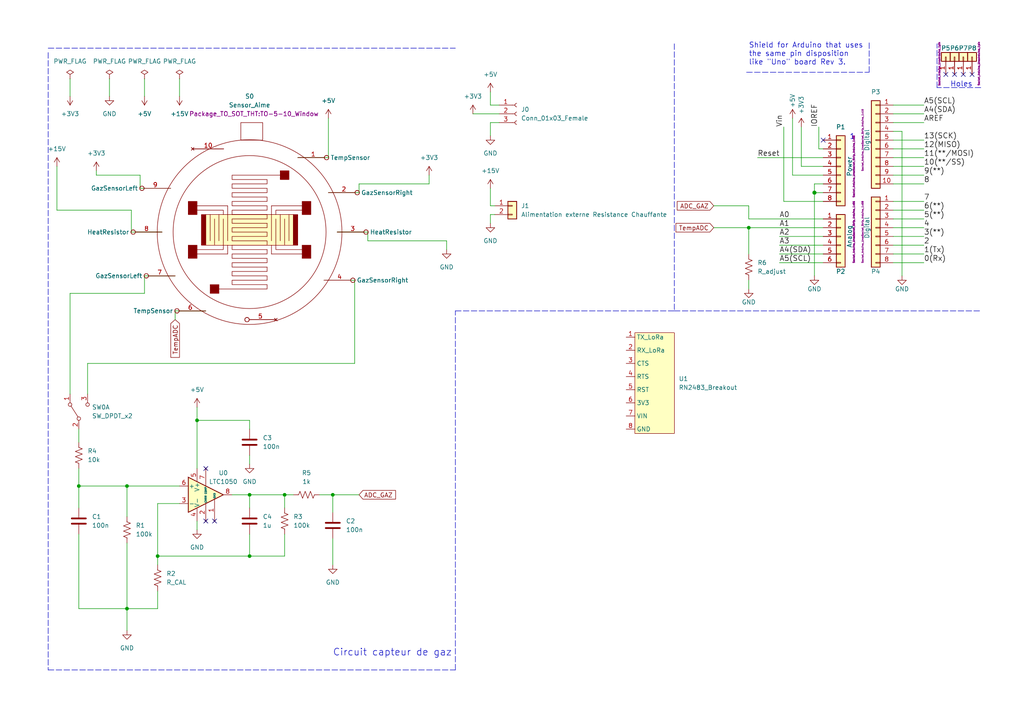
<source format=kicad_sch>
(kicad_sch (version 20211123) (generator eeschema)
  (paper "A4")
  (title_block (title "PCB GAZ SENSOR") (date "2022-01-01") (rev "1.0") (company "INSA Toulouse") (comment 1 "amour@etud.insa-toulouse.fr") (comment 2 "Redouane Amour - Chadi Amour") (comment 3 "5ISS-A2"))
  (lib_symbols
    (symbol "Connector:Conn_01x03_Female" (pin_names (offset 1.016) hide)
      (property "Reference" "J" (at 0 5.08 0))
      (property "Value" "Conn_01x03_Female" (at 0 -5.08 0))
      (symbol "Conn_01x03_Female_1_1"
        (arc (start 0 -2.032) (mid -0.508 -2.54) (end 0 -3.048) (stroke (width 0.1524)))
        (polyline (pts (xy -1.27 -2.54) (xy -0.508 -2.54)) (stroke (width 0.1524)))
        (polyline (pts (xy -1.27 0) (xy -0.508 0)) (stroke (width 0.1524)))
        (polyline (pts (xy -1.27 2.54) (xy -0.508 2.54)) (stroke (width 0.1524)))
        (arc (start 0 0.508) (mid -0.508 0) (end 0 -0.508) (stroke (width 0.1524)))
        (arc (start 0 3.048) (mid -0.508 2.54) (end 0 2.032) (stroke (width 0.1524)))
        (pin passive line (at -5.08 2.54 0) (length 3.81) (name "Pin_1") (number "1"))
        (pin passive line (at -5.08 0 0) (length 3.81) (name "Pin_2") (number "2"))
        (pin passive line (at -5.08 -2.54 0) (length 3.81) (name "Pin_3") (number "3"))
      )
    )
    (symbol "Connector_Generic:Conn_01x01" (pin_names (offset 1.016) hide)
      (property "Reference" "J" (at 0 2.54 0))
      (property "Value" "Conn_01x01" (at 0 -2.54 0))
      (symbol "Conn_01x01_1_1"
        (rectangle (start -1.27 0.127) (end 0 -0.127) (stroke (width 0.1524)))
        (rectangle (start -1.27 1.27) (end 1.27 -1.27) (stroke (width 0.254)) (fill (type background)))
        (pin passive line (at -5.08 0 0) (length 3.81) (name "Pin_1") (number "1"))
      )
    )
    (symbol "Connector_Generic:Conn_01x02" (pin_names (offset 1.016) hide)
      (property "Reference" "J" (at 0 2.54 0))
      (property "Value" "Conn_01x02" (at 0 -5.08 0))
      (symbol "Conn_01x02_1_1"
        (rectangle (start -1.27 -2.413) (end 0 -2.667) (stroke (width 0.1524)))
        (rectangle (start -1.27 0.127) (end 0 -0.127) (stroke (width 0.1524)))
        (rectangle (start -1.27 1.27) (end 1.27 -3.81) (stroke (width 0.254)) (fill (type background)))
        (pin passive line (at -5.08 0 0) (length 3.81) (name "Pin_1") (number "1"))
        (pin passive line (at -5.08 -2.54 0) (length 3.81) (name "Pin_2") (number "2"))
      )
    )
    (symbol "Connector_Generic:Conn_01x06" (pin_names (offset 1.016) hide)
      (property "Reference" "J" (at 0 7.62 0))
      (property "Value" "Conn_01x06" (at 0 -10.16 0))
      (symbol "Conn_01x06_1_1"
        (rectangle (start -1.27 -7.493) (end 0 -7.747) (stroke (width 0.1524)))
        (rectangle (start -1.27 -4.953) (end 0 -5.207) (stroke (width 0.1524)))
        (rectangle (start -1.27 -2.413) (end 0 -2.667) (stroke (width 0.1524)))
        (rectangle (start -1.27 0.127) (end 0 -0.127) (stroke (width 0.1524)))
        (rectangle (start -1.27 2.667) (end 0 2.413) (stroke (width 0.1524)))
        (rectangle (start -1.27 5.207) (end 0 4.953) (stroke (width 0.1524)))
        (rectangle (start -1.27 6.35) (end 1.27 -8.89) (stroke (width 0.254)) (fill (type background)))
        (pin passive line (at -5.08 5.08 0) (length 3.81) (name "Pin_1") (number "1"))
        (pin passive line (at -5.08 2.54 0) (length 3.81) (name "Pin_2") (number "2"))
        (pin passive line (at -5.08 0 0) (length 3.81) (name "Pin_3") (number "3"))
        (pin passive line (at -5.08 -2.54 0) (length 3.81) (name "Pin_4") (number "4"))
        (pin passive line (at -5.08 -5.08 0) (length 3.81) (name "Pin_5") (number "5"))
        (pin passive line (at -5.08 -7.62 0) (length 3.81) (name "Pin_6") (number "6"))
      )
    )
    (symbol "Connector_Generic:Conn_01x08" (pin_names (offset 1.016) hide)
      (property "Reference" "J" (at 0 10.16 0))
      (property "Value" "Conn_01x08" (at 0 -12.7 0))
      (symbol "Conn_01x08_1_1"
        (rectangle (start -1.27 -10.033) (end 0 -10.287) (stroke (width 0.1524)))
        (rectangle (start -1.27 -7.493) (end 0 -7.747) (stroke (width 0.1524)))
        (rectangle (start -1.27 -4.953) (end 0 -5.207) (stroke (width 0.1524)))
        (rectangle (start -1.27 -2.413) (end 0 -2.667) (stroke (width 0.1524)))
        (rectangle (start -1.27 0.127) (end 0 -0.127) (stroke (width 0.1524)))
        (rectangle (start -1.27 2.667) (end 0 2.413) (stroke (width 0.1524)))
        (rectangle (start -1.27 5.207) (end 0 4.953) (stroke (width 0.1524)))
        (rectangle (start -1.27 7.747) (end 0 7.493) (stroke (width 0.1524)))
        (rectangle (start -1.27 8.89) (end 1.27 -11.43) (stroke (width 0.254)) (fill (type background)))
        (pin passive line (at -5.08 7.62 0) (length 3.81) (name "Pin_1") (number "1"))
        (pin passive line (at -5.08 5.08 0) (length 3.81) (name "Pin_2") (number "2"))
        (pin passive line (at -5.08 2.54 0) (length 3.81) (name "Pin_3") (number "3"))
        (pin passive line (at -5.08 0 0) (length 3.81) (name "Pin_4") (number "4"))
        (pin passive line (at -5.08 -2.54 0) (length 3.81) (name "Pin_5") (number "5"))
        (pin passive line (at -5.08 -5.08 0) (length 3.81) (name "Pin_6") (number "6"))
        (pin passive line (at -5.08 -7.62 0) (length 3.81) (name "Pin_7") (number "7"))
        (pin passive line (at -5.08 -10.16 0) (length 3.81) (name "Pin_8") (number "8"))
      )
    )
    (symbol "Connector_Generic:Conn_01x10" (pin_names (offset 1.016) hide)
      (property "Reference" "J" (at 0 12.7 0))
      (property "Value" "Conn_01x10" (at 0 -15.24 0))
      (symbol "Conn_01x10_1_1"
        (rectangle (start -1.27 -12.573) (end 0 -12.827) (stroke (width 0.1524)))
        (rectangle (start -1.27 -10.033) (end 0 -10.287) (stroke (width 0.1524)))
        (rectangle (start -1.27 -7.493) (end 0 -7.747) (stroke (width 0.1524)))
        (rectangle (start -1.27 -4.953) (end 0 -5.207) (stroke (width 0.1524)))
        (rectangle (start -1.27 -2.413) (end 0 -2.667) (stroke (width 0.1524)))
        (rectangle (start -1.27 0.127) (end 0 -0.127) (stroke (width 0.1524)))
        (rectangle (start -1.27 2.667) (end 0 2.413) (stroke (width 0.1524)))
        (rectangle (start -1.27 5.207) (end 0 4.953) (stroke (width 0.1524)))
        (rectangle (start -1.27 7.747) (end 0 7.493) (stroke (width 0.1524)))
        (rectangle (start -1.27 10.287) (end 0 10.033) (stroke (width 0.1524)))
        (rectangle (start -1.27 11.43) (end 1.27 -13.97) (stroke (width 0.254)) (fill (type background)))
        (pin passive line (at -5.08 10.16 0) (length 3.81) (name "Pin_1") (number "1"))
        (pin passive line (at -5.08 -12.7 0) (length 3.81) (name "Pin_10") (number "10"))
        (pin passive line (at -5.08 7.62 0) (length 3.81) (name "Pin_2") (number "2"))
        (pin passive line (at -5.08 5.08 0) (length 3.81) (name "Pin_3") (number "3"))
        (pin passive line (at -5.08 2.54 0) (length 3.81) (name "Pin_4") (number "4"))
        (pin passive line (at -5.08 0 0) (length 3.81) (name "Pin_5") (number "5"))
        (pin passive line (at -5.08 -2.54 0) (length 3.81) (name "Pin_6") (number "6"))
        (pin passive line (at -5.08 -5.08 0) (length 3.81) (name "Pin_7") (number "7"))
        (pin passive line (at -5.08 -7.62 0) (length 3.81) (name "Pin_8") (number "8"))
        (pin passive line (at -5.08 -10.16 0) (length 3.81) (name "Pin_9") (number "9"))
      )
    )
    (symbol "Device:C" (pin_numbers hide) (pin_names (offset 0.254))
      (property "Reference" "C" (at 0.635 2.54 0))
      (property "Value" "C" (at 0.635 -2.54 0))
      (symbol "C_0_1"
        (polyline (pts (xy -2.032 -0.762) (xy 2.032 -0.762)) (stroke (width 0.508)))
        (polyline (pts (xy -2.032 0.762) (xy 2.032 0.762)) (stroke (width 0.508)))
      )
      (symbol "C_1_1"
        (pin passive line (at 0 3.81 270) (length 2.794) (name "~") (number "1"))
        (pin passive line (at 0 -3.81 90) (length 2.794) (name "~") (number "2"))
      )
    )
    (symbol "Device:R_US" (pin_numbers hide) (pin_names (offset 0))
      (property "Reference" "R" (at 2.54 0 90))
      (property "Value" "R_US" (at -2.54 0 90))
      (symbol "R_US_0_1"
        (polyline (pts (xy 0 -2.286) (xy 0 -2.54)))
        (polyline (pts (xy 0 2.286) (xy 0 2.54)))
        (polyline (pts (xy 0 -0.762) (xy 1.016 -1.143) (xy 0 -1.524) (xy -1.016 -1.905) (xy 0 -2.286)))
        (polyline (pts (xy 0 0.762) (xy 1.016 0.381) (xy 0 0) (xy -1.016 -0.381) (xy 0 -0.762)))
        (polyline (pts (xy 0 2.286) (xy 1.016 1.905) (xy 0 1.524) (xy -1.016 1.143) (xy 0 0.762)))
      )
      (symbol "R_US_1_1"
        (pin passive line (at 0 3.81 270) (length 1.27) (name "~") (number "1"))
        (pin passive line (at 0 -3.81 90) (length 1.27) (name "~") (number "2"))
      )
    )
    (symbol "Library_Gaz_Sensor:LTC1050" (pin_names (offset 0.127))
      (property "Reference" "U" (at 1.27 6.35 0))
      (property "Value" "LTC1050" (at 1.27 3.81 0))
      (symbol "LTC1050_0_1"
        (polyline (pts (xy -5.08 5.08) (xy 5.08 0) (xy -5.08 -5.08) (xy -5.08 5.08)) (stroke (width 0.254)) (fill (type background)))
      )
      (symbol "LTC1050_1_1"
        (pin no_connect line (at 2.54 -7.62 90) (length 6.35) (name "GND") (number "1"))
        (pin no_connect line (at 0 -7.62 90) (length 5.08) (name "CMRR") (number "2"))
        (pin input line (at -7.62 -2.54 0) (length 2.54) (name "-") (number "3"))
        (pin power_in line (at -2.54 -7.62 90) (length 3.81) (name "V-") (number "4"))
        (pin power_in line (at -2.54 7.62 270) (length 3.81) (name "V+") (number "5"))
        (pin input line (at -7.62 2.54 0) (length 2.54) (name "+") (number "6"))
        (pin no_connect line (at 0 7.62 270) (length 5.08) (name "COMP") (number "7"))
        (pin output line (at 7.62 0 180) (length 2.54) (name "~") (number "8"))
      )
    )
    (symbol "Library_Gaz_Sensor:Sensor_Aime"
      (property "Reference" "S" (at -2.54 34.29 0))
      (property "Value" "Sensor_Aime" (at 1.27 36.83 0))
      (symbol "Sensor_Aime_0_1"
        (rectangle (start -17.78 8.89) (end -15.24 5.08) (fill (type outline)))
        (rectangle (start -15.24 -3.81) (end -17.78 -7.62) (fill (type outline)))
        (rectangle (start -12.7 5.08) (end -13.97 -3.81) (fill (type outline)))
        (rectangle (start -12.7 5.08) (end 12.7 -3.81) (fill (type background)))
        (rectangle (start -11.43 -15.24) (end -8.89 -17.78) (fill (type outline)))
        (rectangle (start -2.54 31.75) (end 3.81 26.67))
        (polyline (pts (xy -15.24 -6.35) (xy -6.35 -6.35)))
        (polyline (pts (xy -15.24 7.62) (xy -6.35 7.62)))
        (polyline (pts (xy -11.43 5.08) (xy -11.43 -2.54)))
        (polyline (pts (xy -10.16 -3.81) (xy -10.16 3.81)))
        (polyline (pts (xy -8.89 5.08) (xy -8.89 -2.54)))
        (polyline (pts (xy -7.62 -3.81) (xy -7.62 3.81)))
        (polyline (pts (xy -6.35 -6.35) (xy -6.35 -3.81)))
        (polyline (pts (xy -6.35 5.08) (xy -6.35 -2.54)))
        (polyline (pts (xy -6.35 7.62) (xy -6.35 5.08)))
        (polyline (pts (xy 6.35 -6.35) (xy 6.35 -3.81)))
        (polyline (pts (xy 6.35 5.08) (xy 6.35 -2.54)))
        (polyline (pts (xy 6.35 7.62) (xy 6.35 5.08)))
        (polyline (pts (xy 7.62 -3.81) (xy 7.62 3.81)))
        (polyline (pts (xy 8.89 5.08) (xy 8.89 -2.54)))
        (polyline (pts (xy 10.16 -3.81) (xy 10.16 3.81)))
        (polyline (pts (xy 11.43 5.08) (xy 11.43 -2.54)))
        (polyline (pts (xy 15.24 -6.35) (xy 6.35 -6.35)))
        (polyline (pts (xy 15.24 7.62) (xy 6.35 7.62)))
        (polyline (pts (xy -15.24 -5.08) (xy -7.62 -5.08) (xy -7.62 -3.81)))
        (polyline (pts (xy -15.24 6.35) (xy -7.62 6.35) (xy -7.62 5.08)))
        (polyline (pts (xy 15.24 -5.08) (xy 7.62 -5.08) (xy 7.62 -3.81)))
        (polyline (pts (xy 15.24 6.35) (xy 7.62 6.35) (xy 7.62 5.08)))
        (polyline (pts (xy 5.08 -5.08) (xy 5.08 -6.35) (xy -5.08 -6.35) (xy -5.08 -7.62) (xy 5.08 -7.62) (xy 5.08 -8.89) (xy -5.08 -8.89) (xy -5.08 -10.16) (xy 5.08 -10.16)))
        (polyline (pts (xy 5.08 -10.16) (xy 5.08 -11.43) (xy -5.08 -11.43) (xy -5.08 -12.7) (xy 5.08 -12.7) (xy 5.08 -13.97) (xy -5.08 -13.97) (xy -5.08 -15.24) (xy 5.08 -15.24) (xy 5.08 -16.51) (xy -8.89 -16.51)))
        (polyline (pts (xy 5.08 2.54) (xy 5.08 1.27) (xy -5.08 1.27) (xy -5.08 0) (xy 5.08 0) (xy 5.08 -1.27) (xy -5.08 -1.27) (xy -5.08 -2.54) (xy 5.08 -2.54) (xy 5.08 -3.81) (xy -5.08 -3.81) (xy -5.08 -5.08) (xy 5.08 -5.08)))
        (polyline (pts (xy 5.08 2.54) (xy -5.08 2.54) (xy -5.08 3.81) (xy 5.08 3.81) (xy 5.08 5.08) (xy -5.08 5.08) (xy -5.08 6.35) (xy 5.08 6.35) (xy 5.08 7.62) (xy -5.08 7.62) (xy -5.08 8.89) (xy 5.08 8.89) (xy 5.08 10.16) (xy -5.08 10.16) (xy -5.08 11.43) (xy 5.08 11.43) (xy 5.08 12.7) (xy -5.08 12.7) (xy -5.08 13.97) (xy 5.08 13.97) (xy 5.08 15.24) (xy -5.08 15.24) (xy -5.08 16.51) (xy 10.16 16.51)))
        (circle (center 0 0) (radius 22.1796))
        (circle (center 0 0) (radius 26.7907))
        (rectangle (start 8.89 17.78) (end 11.43 15.24) (fill (type outline)))
        (rectangle (start 13.97 5.08) (end 12.7 -3.81) (fill (type outline)))
        (rectangle (start 15.24 5.08) (end 17.78 8.89) (fill (type outline)))
        (rectangle (start 17.78 -7.62) (end 15.24 -3.81) (fill (type outline)))
      )
      (symbol "Sensor_Aime_1_1"
        (pin input inverted (at 13.97 21.59 0) (length 9) (name "TempSensor") (number "1"))
        (pin no_connect line (at -16.51 24.13 0) (length 9) (name "") (number "10"))
        (pin input inverted (at 22.86 11.43 0) (length 9) (name "GazSensorRight") (number "2"))
        (pin input inverted (at 25.4 0 0) (length 9) (name "HeatResistor") (number "3"))
        (pin input inverted (at 21.59 -13.97 0) (length 9) (name "GazSensorRight") (number "4"))
        (pin no_connect inverted (at 7.62 -25.4 180) (length 9) (name "") (number "5"))
        (pin input inverted (at -12.7 -22.86 180) (length 9) (name "TempSensor") (number "6"))
        (pin input inverted (at -21.59 -12.7 180) (length 9) (name "GazSensorLeft") (number "7"))
        (pin input inverted (at -25.4 0 180) (length 9) (name "HeatResistor") (number "8"))
        (pin input inverted (at -22.86 12.7 180) (length 9) (name "GazSensorLeft") (number "9"))
      )
    )
    (symbol "RN2483_Breakout_1"
      (property "Reference" "U" (at 6.35 3.81 0))
      (property "Value" "RN2483_Breakout_1" (at 7.62 6.35 0))
      (symbol "RN2483_Breakout_1_0_1"
        (rectangle (start -7.62 8.89) (end 21.59 -2.54) (fill (type background)))
      )
      (symbol "RN2483_Breakout_1_1_1"
        (pin output line (at -6.35 -5.08 90) (length 2.54) (name "TX_LoRa") (number "1"))
        (pin input line (at -2.54 -5.08 90) (length 2.54) (name "RX_LoRa") (number "2"))
        (pin passive line (at 1.27 -5.08 90) (length 2.54) (name "CTS") (number "3"))
        (pin passive line (at 5.08 -5.08 90) (length 2.54) (name "RTS") (number "4"))
        (pin input line (at 8.89 -5.08 90) (length 2.54) (name "RST") (number "5"))
        (pin output line (at 12.7 -5.08 90) (length 2.54) (name "3V3") (number "6"))
        (pin input line (at 16.51 -5.08 90) (length 2.54) (name "VIN") (number "7"))
        (pin input line (at 20.32 -5.08 90) (length 2.54) (name "GND") (number "8"))
      )
    )
    (symbol "Switch:SW_DPDT_x2" (pin_names (offset 0) hide)
      (property "Reference" "SW" (at 0 4.318 0))
      (property "Value" "SW_DPDT_x2" (at 0 -5.08 0))
      (symbol "SW_DPDT_x2_0_0"
        (circle (center -2.032 0) (radius 0.508))
        (circle (center 2.032 -2.54) (radius 0.508))
      )
      (symbol "SW_DPDT_x2_0_1"
        (polyline (pts (xy -1.524 0.254) (xy 1.651 2.286)))
        (circle (center 2.032 2.54) (radius 0.508))
      )
      (symbol "SW_DPDT_x2_1_1"
        (pin passive line (at 5.08 2.54 180) (length 2.54) (name "A") (number "1"))
        (pin passive line (at -5.08 0 0) (length 2.54) (name "B") (number "2"))
        (pin passive line (at 5.08 -2.54 180) (length 2.54) (name "C") (number "3"))
      )
      (symbol "SW_DPDT_x2_2_1"
        (pin passive line (at 5.08 2.54 180) (length 2.54) (name "A") (number "4"))
        (pin passive line (at -5.08 0 0) (length 2.54) (name "B") (number "5"))
        (pin passive line (at 5.08 -2.54 180) (length 2.54) (name "C") (number "6"))
      )
    )
    (symbol "power:+15V" (power) (pin_names (offset 0))
      (property "Value" "+15V" (at 0 3.556 0))
      (symbol "+15V_0_1"
        (polyline (pts (xy -0.762 1.27) (xy 0 2.54)))
        (polyline (pts (xy 0 0) (xy 0 2.54)))
        (polyline (pts (xy 0 2.54) (xy 0.762 1.27)))
      )
      (symbol "+15V_1_1"
        (pin power_in line (at 0 0 90) (length 0) hide (name "+15V") (number "1"))
      )
    )
    (symbol "power:+3.3V" (power) (pin_names (offset 0))
      (property "Value" "+3.3V" (at 0 3.556 0))
      (symbol "+3.3V_0_1"
        (polyline (pts (xy -0.762 1.27) (xy 0 2.54)))
        (polyline (pts (xy 0 0) (xy 0 2.54)))
        (polyline (pts (xy 0 2.54) (xy 0.762 1.27)))
      )
      (symbol "+3.3V_1_1"
        (pin power_in line (at 0 0 90) (length 0) hide (name "+3V3") (number "1"))
      )
    )
    (symbol "power:+3V3" (power) (pin_names (offset 0))
      (property "Value" "+3V3" (at 0 3.556 0))
      (symbol "+3V3_0_1"
        (polyline (pts (xy -0.762 1.27) (xy 0 2.54)))
        (polyline (pts (xy 0 0) (xy 0 2.54)))
        (polyline (pts (xy 0 2.54) (xy 0.762 1.27)))
      )
      (symbol "+3V3_1_1"
        (pin power_in line (at 0 0 90) (length 0) hide (name "+3V3") (number "1"))
      )
    )
    (symbol "power:+5V" (power) (pin_names (offset 0))
      (property "Value" "+5V" (at 0 3.556 0))
      (symbol "+5V_0_1"
        (polyline (pts (xy -0.762 1.27) (xy 0 2.54)))
        (polyline (pts (xy 0 0) (xy 0 2.54)))
        (polyline (pts (xy 0 2.54) (xy 0.762 1.27)))
      )
      (symbol "+5V_1_1"
        (pin power_in line (at 0 0 90) (length 0) hide (name "+5V") (number "1"))
      )
    )
    (symbol "power:GND" (power) (pin_names (offset 0))
      (property "Value" "GND" (at 0 -3.81 0))
      (symbol "GND_0_1"
        (polyline (pts (xy 0 0) (xy 0 -1.27) (xy 1.27 -1.27) (xy 0 -2.54) (xy -1.27 -1.27) (xy 0 -1.27)))
      )
      (symbol "GND_1_1"
        (pin power_in line (at 0 0 270) (length 0) hide (name "GND") (number "1"))
      )
    )
    (symbol "power:PWR_FLAG" (power) (pin_numbers hide) (pin_names (offset 0) hide)
      (property "Value" "PWR_FLAG" (at 0 3.81 0))
      (symbol "PWR_FLAG_0_0"
        (pin power_out line (at 0 0 90) (length 0) (name "pwr") (number "1"))
      )
      (symbol "PWR_FLAG_0_1"
        (polyline (pts (xy 0 0) (xy 0 1.27) (xy -1.016 1.905) (xy 0 2.54) (xy 1.016 1.905) (xy 0 1.27)))
      )
    )
  )
  (junction (at 217.17 66.04))
  (junction (at 36.83 176.53))
  (junction (at 57.15 121.92))
  (junction (at 72.39 143.51))
  (junction (at 72.39 161.29))
  (junction (at 82.55 143.51))
  (junction (at 96.52 143.51))
  (junction (at 36.83 140.97))
  (junction (at 22.86 140.97))
  (junction (at 236.22 55.88) (diameter 1.016))
  (junction (at 45.72 161.29))
  (no_connect (at 279.4 21.59))
  (no_connect (at 274.32 21.59))
  (no_connect (at 276.86 21.59))
  (no_connect (at 59.69 151.13))
  (no_connect (at 62.23 151.13))
  (no_connect (at 59.69 135.89))
  (no_connect (at 281.94 21.59))
  (no_connect (at 238.76 40.64))
  (wire (pts (xy 40.64 50.8) (xy 40.64 54.61)))
  (wire (pts (xy 106.68 69.85) (xy 129.54 69.85)))
  (wire (pts (xy 40.64 50.8) (xy 27.94 50.8)))
  (wire (pts (xy 238.76 48.26) (xy 232.41 48.26)))
  (wire (pts (xy 106.68 67.31) (xy 106.68 69.85)))
  (wire (pts (xy 238.76 71.12) (xy 226.06 71.12)))
  (wire (pts (xy 20.32 85.09) (xy 20.32 114.3)))
  (wire (pts (xy 36.83 176.53) (xy 45.72 176.53)))
  (polyline (pts (xy 13.97 15.24) (xy 13.97 194.31)))
  (polyline (pts (xy 252.095 20.955) (xy 252.095 12.065)) (stroke (width 0) (type dash)))
  (wire (pts (xy 27.94 49.53) (xy 27.94 50.8)))
  (polyline (pts (xy 13.97 13.97) (xy 132.08 13.97)))
  (wire (pts (xy 217.17 66.04) (xy 238.76 66.04)))
  (wire (pts (xy 72.39 132.08) (xy 72.39 134.62)))
  (wire (pts (xy 20.32 85.09) (xy 41.91 85.09)))
  (wire (pts (xy 104.14 55.88) (xy 104.14 53.34)))
  (wire (pts (xy 259.08 63.5) (xy 267.97 63.5)))
  (wire (pts (xy 142.24 54.61) (xy 142.24 59.69)))
  (wire (pts (xy 72.39 161.29) (xy 82.55 161.29)))
  (wire (pts (xy 38.1 60.96) (xy 16.51 60.96)))
  (wire (pts (xy 49.53 54.61) (xy 40.64 54.61)))
  (wire (pts (xy 236.22 53.34) (xy 236.22 55.88)))
  (wire (pts (xy 16.51 60.96) (xy 16.51 48.26)))
  (wire (pts (xy 36.83 149.86) (xy 36.83 140.97)))
  (wire (pts (xy 259.08 43.18) (xy 267.97 43.18)))
  (wire (pts (xy 261.62 38.1) (xy 261.62 80.01)))
  (wire (pts (xy 238.76 53.34) (xy 236.22 53.34)))
  (wire (pts (xy 86.36 45.72) (xy 95.25 45.72)))
  (wire (pts (xy 97.79 67.31) (xy 106.68 67.31)))
  (wire (pts (xy 31.75 22.86) (xy 31.75 27.94)))
  (wire (pts (xy 217.17 59.69) (xy 217.17 63.5)))
  (wire (pts (xy 72.39 124.46) (xy 72.39 121.92)))
  (wire (pts (xy 259.08 53.34) (xy 267.97 53.34)))
  (wire (pts (xy 237.49 43.18) (xy 238.76 43.18)))
  (wire (pts (xy 238.76 50.8) (xy 229.87 50.8)))
  (wire (pts (xy 36.83 140.97) (xy 52.07 140.97)))
  (wire (pts (xy 217.17 66.04) (xy 217.17 73.66)))
  (wire (pts (xy 20.32 22.86) (xy 20.32 27.94)))
  (wire (pts (xy 45.72 161.29) (xy 72.39 161.29)))
  (wire (pts (xy 259.08 40.64) (xy 267.97 40.64)))
  (wire (pts (xy 142.24 59.69) (xy 143.51 59.69)))
  (wire (pts (xy 142.24 30.48) (xy 144.78 30.48)))
  (wire (pts (xy 259.08 58.42) (xy 267.97 58.42)))
  (wire (pts (xy 50.8 90.17) (xy 50.8 92.71)))
  (wire (pts (xy 259.08 30.48) (xy 267.97 30.48)))
  (wire (pts (xy 25.4 105.41) (xy 102.87 105.41)))
  (wire (pts (xy 259.08 71.12) (xy 267.97 71.12)))
  (wire (pts (xy 93.98 81.28) (xy 102.87 81.28)))
  (wire (pts (xy 41.91 22.86) (xy 41.91 27.94)))
  (wire (pts (xy 67.31 143.51) (xy 72.39 143.51)))
  (wire (pts (xy 238.76 58.42) (xy 227.33 58.42)))
  (wire (pts (xy 57.15 121.92) (xy 72.39 121.92)))
  (wire (pts (xy 59.69 90.17) (xy 50.8 90.17)))
  (wire (pts (xy 22.86 124.46) (xy 22.86 128.27)))
  (wire (pts (xy 22.86 135.89) (xy 22.86 140.97)))
  (polyline (pts (xy 132.08 194.31) (xy 132.08 90.17)))
  (wire (pts (xy 142.24 26.67) (xy 142.24 30.48)))
  (wire (pts (xy 82.55 147.32) (xy 82.55 143.51)))
  (wire (pts (xy 259.08 45.72) (xy 267.97 45.72)))
  (wire (pts (xy 238.76 73.66) (xy 226.06 73.66)))
  (wire (pts (xy 207.01 59.69) (xy 217.17 59.69)))
  (wire (pts (xy 217.17 63.5) (xy 238.76 63.5)))
  (polyline (pts (xy 284.48 25.4) (xy 271.78 25.4)) (stroke (width 0) (type dash)))
  (wire (pts (xy 57.15 151.13) (xy 57.15 153.67)))
  (wire (pts (xy 104.14 53.34) (xy 124.46 53.34)))
  (wire (pts (xy 50.8 80.01) (xy 41.91 80.01)))
  (wire (pts (xy 96.52 156.21) (xy 96.52 163.83)))
  (wire (pts (xy 238.76 45.72) (xy 219.71 45.72)))
  (wire (pts (xy 259.08 38.1) (xy 261.62 38.1)))
  (wire (pts (xy 238.76 55.88) (xy 236.22 55.88)))
  (wire (pts (xy 259.08 50.8) (xy 267.97 50.8)))
  (wire (pts (xy 25.4 105.41) (xy 25.4 114.3)))
  (wire (pts (xy 142.24 35.56) (xy 142.24 39.37)))
  (wire (pts (xy 41.91 85.09) (xy 41.91 80.01)))
  (wire (pts (xy 217.17 81.28) (xy 217.17 83.82)))
  (wire (pts (xy 22.86 154.94) (xy 22.86 176.53)))
  (wire (pts (xy 236.22 55.88) (xy 236.22 80.01)))
  (wire (pts (xy 45.72 161.29) (xy 45.72 163.83)))
  (wire (pts (xy 227.33 58.42) (xy 227.33 36.83)))
  (wire (pts (xy 36.83 157.48) (xy 36.83 176.53)))
  (polyline (pts (xy 195.58 90.17) (xy 284.48 90.17)) (stroke (width 0) (type dash)))
  (wire (pts (xy 72.39 143.51) (xy 82.55 143.51)))
  (polyline (pts (xy 13.97 194.31) (xy 132.08 194.31)))
  (wire (pts (xy 259.08 68.58) (xy 267.97 68.58)))
  (wire (pts (xy 22.86 140.97) (xy 36.83 140.97)))
  (wire (pts (xy 238.76 76.2) (xy 226.06 76.2)))
  (wire (pts (xy 96.52 143.51) (xy 104.14 143.51)))
  (wire (pts (xy 92.71 143.51) (xy 96.52 143.51)))
  (wire (pts (xy 259.08 73.66) (xy 267.97 73.66)))
  (polyline (pts (xy 271.78 25.4) (xy 271.78 12.7)) (stroke (width 0) (type dash)))
  (wire (pts (xy 82.55 143.51) (xy 85.09 143.51)))
  (wire (pts (xy 144.78 35.56) (xy 142.24 35.56)))
  (wire (pts (xy 259.08 60.96) (xy 267.97 60.96)))
  (wire (pts (xy 45.72 146.05) (xy 45.72 161.29)))
  (wire (pts (xy 229.87 50.8) (xy 229.87 34.29)))
  (wire (pts (xy 45.72 171.45) (xy 45.72 176.53)))
  (wire (pts (xy 95.25 55.88) (xy 104.14 55.88)))
  (wire (pts (xy 259.08 33.02) (xy 267.97 33.02)))
  (wire (pts (xy 124.46 50.8) (xy 124.46 53.34)))
  (wire (pts (xy 259.08 66.04) (xy 267.97 66.04)))
  (wire (pts (xy 259.08 35.56) (xy 267.97 35.56)))
  (wire (pts (xy 82.55 154.94) (xy 82.55 161.29)))
  (wire (pts (xy 142.24 62.23) (xy 142.24 64.77)))
  (wire (pts (xy 22.86 176.53) (xy 36.83 176.53)))
  (polyline (pts (xy 195.58 12.7) (xy 195.58 90.17)) (stroke (width 0) (type dash)))
  (wire (pts (xy 137.16 33.02) (xy 144.78 33.02)))
  (wire (pts (xy 52.07 146.05) (xy 45.72 146.05)))
  (wire (pts (xy 96.52 143.51) (xy 96.52 148.59)))
  (wire (pts (xy 72.39 154.94) (xy 72.39 161.29)))
  (wire (pts (xy 232.41 48.26) (xy 232.41 36.83)))
  (wire (pts (xy 237.49 36.83) (xy 237.49 43.18)))
  (wire (pts (xy 38.1 60.96) (xy 38.1 67.31)))
  (polyline (pts (xy 132.08 90.17) (xy 195.58 90.17)))
  (wire (pts (xy 57.15 121.92) (xy 57.15 135.89)))
  (wire (pts (xy 259.08 76.2) (xy 267.97 76.2)))
  (wire (pts (xy 259.08 48.26) (xy 267.97 48.26)))
  (wire (pts (xy 57.15 118.11) (xy 57.15 121.92)))
  (wire (pts (xy 46.99 67.31) (xy 38.1 67.31)))
  (wire (pts (xy 129.54 69.85) (xy 129.54 72.39)))
  (wire (pts (xy 95.25 34.29) (xy 95.25 45.72)))
  (wire (pts (xy 207.01 66.04) (xy 217.17 66.04)))
  (wire (pts (xy 238.76 68.58) (xy 226.06 68.58)))
  (wire (pts (xy 22.86 140.97) (xy 22.86 147.32)))
  (wire (pts (xy 36.83 176.53) (xy 36.83 182.88)))
  (wire (pts (xy 102.87 105.41) (xy 102.87 81.28)))
  (wire (pts (xy 143.51 62.23) (xy 142.24 62.23)))
  (polyline (pts (xy 216.535 20.955) (xy 252.095 20.955)) (stroke (width 0) (type dash)))
  (wire (pts (xy 52.07 22.86) (xy 52.07 27.94)))
  (wire (pts (xy 72.39 143.51) (xy 72.39 147.32)))
  (text "Circuit capteur de gaz " (at 96.52 190.5 0) (effects (font (size 2 2)) (justify left bottom)))
  (text "Holes" (at 275.59 25.4 0) (effects (font (size 1.524 1.524)) (justify left bottom)))
  (text "Shield for Arduino that uses\nthe same pin disposition\nlike \"Uno\" board Rev 3." (at 217.17 19.05 0) (effects (font (size 1.524 1.524)) (justify left bottom)))
  (text "1" (at 246.38 40.64 0) (effects (font (size 1.524 1.524)) (justify left bottom)))
  (label "Vin" (at 227.33 36.83 90) (effects (font (size 1.524 1.524))))
  (label "0(Rx)" (at 267.97 76.2 0) (effects (font (size 1.524 1.524))))
  (label "A4(SDA)" (at 226.06 73.66 0) (effects (font (size 1.524 1.524))))
  (label "4" (at 267.97 66.04 0) (effects (font (size 1.524 1.524))))
  (label "5(**)" (at 267.97 63.5 0) (effects (font (size 1.524 1.524))))
  (label "A2" (at 226.06 68.58 0) (effects (font (size 1.524 1.524))))
  (label "A5(SCL)" (at 226.06 76.2 0) (effects (font (size 1.524 1.524))))
  (label "A0" (at 226.06 63.5 0) (effects (font (size 1.524 1.524))))
  (label "A1" (at 226.06 66.04 0) (effects (font (size 1.524 1.524))))
  (label "10(**/SS)" (at 267.97 48.26 0) (effects (font (size 1.524 1.524))))
  (label "13(SCK)" (at 267.97 40.64 0) (effects (font (size 1.524 1.524))))
  (label "7" (at 267.97 58.42 0) (effects (font (size 1.524 1.524))))
  (label "A4(SDA)" (at 267.97 33.02 0) (effects (font (size 1.524 1.524))))
  (label "A3" (at 226.06 71.12 0) (effects (font (size 1.524 1.524))))
  (label "Reset" (at 219.71 45.72 0) (effects (font (size 1.524 1.524))))
  (label "2" (at 267.97 71.12 0) (effects (font (size 1.524 1.524))))
  (label "12(MISO)" (at 267.97 43.18 0) (effects (font (size 1.524 1.524))))
  (label "3(**)" (at 267.97 68.58 0) (effects (font (size 1.524 1.524))))
  (label "9(**)" (at 267.97 50.8 0) (effects (font (size 1.524 1.524))))
  (label "8" (at 267.97 53.34 0) (effects (font (size 1.524 1.524))))
  (label "A5(SCL)" (at 267.97 30.48 0) (effects (font (size 1.524 1.524))))
  (label "IOREF" (at 237.49 36.83 90) (effects (font (size 1.524 1.524))))
  (label "AREF" (at 267.97 35.56 0) (effects (font (size 1.524 1.524))))
  (label "11(**/MOSI)" (at 267.97 45.72 0) (effects (font (size 1.524 1.524))))
  (label "1(Tx)" (at 267.97 73.66 0) (effects (font (size 1.524 1.524))))
  (label "6(**)" (at 267.97 60.96 0) (effects (font (size 1.524 1.524))))
  (global_label "TempADC" (shape input) (at 207.01 66.04 180) (property "Intersheet References" "${INTERSHEET_REFS}" (effects hide)))
  (global_label "ADC_GAZ" (shape input) (at 104.14 143.51 0) (property "Intersheet References" "${INTERSHEET_REFS}" (effects hide)))
  (global_label "ADC_GAZ" (shape input) (at 207.01 59.69 180) (property "Intersheet References" "${INTERSHEET_REFS}" (effects hide)))
  (global_label "TempADC" (shape input) (at 50.8 92.71 270) (property "Intersheet References" "${INTERSHEET_REFS}" (effects hide)))
  (symbol (lib_id "Connector_Generic:Conn_01x08") (at 243.84 48.26 0) (unit 1)
    (property "Reference" "P1" (at 243.84 36.83 0))
    (property "Value" "Power" (at 246.38 48.26 90))
    (property "Footprint" "Socket_Arduino_Uno:Socket_Strip_Arduino_1x08" (at 247.65 48.26 90) (effects (font (size 0.508 0.508))))
  )
  (symbol (lib_id "power:+3.3V") (at 232.41 36.83 0) (unit 1)
    (property "Reference" "#PWR01" (effects hide))
    (property "Value" "+3.3V" (at 232.41 30.48 90))
  )
  (symbol (lib_id "power:+5V") (at 229.87 34.29 0) (unit 1)
    (property "Reference" "#PWR02" (effects hide))
    (property "Value" "+5V" (at 229.87 29.21 90))
  )
  (symbol (lib_id "power:GND") (at 236.22 80.01 0) (unit 1)
    (property "Reference" "#PWR03" (effects hide))
    (property "Value" "GND" (at 236.22 83.82 0))
  )
  (symbol (lib_id "power:GND") (at 261.62 80.01 0) (unit 1)
    (property "Reference" "#PWR04" (effects hide))
    (property "Value" "GND" (at 261.62 83.82 0))
  )
  (symbol (lib_id "Connector_Generic:Conn_01x06") (at 243.84 68.58 0) (unit 1)
    (property "Reference" "P2" (at 243.84 78.74 0))
    (property "Value" "Analog" (at 246.38 68.58 90))
    (property "Footprint" "Socket_Arduino_Uno:Socket_Strip_Arduino_1x06" (at 247.65 67.31 90) (effects (font (size 0.508 0.508))))
  )
  (symbol (lib_id "Connector_Generic:Conn_01x01") (at 274.32 16.51 90) (unit 1)
    (property "Reference" "P5" (at 274.32 13.97 90))
    (property "Value" "CONN_01X01" (effects hide))
    (property "Footprint" "Socket_Arduino_Uno:Arduino_1pin" (at 272.4404 18.5166 0) (effects (font (size 0.508 0.508))))
  )
  (symbol (lib_id "Connector_Generic:Conn_01x01") (at 276.86 16.51 90) (unit 1)
    (property "Reference" "P6" (at 276.86 13.97 90))
    (property "Value" "CONN_01X01" (effects hide))
    (property "Footprint" "Socket_Arduino_Uno:Arduino_1pin" (effects hide))
  )
  (symbol (lib_id "Connector_Generic:Conn_01x01") (at 279.4 16.51 90) (unit 1)
    (property "Reference" "P7" (at 279.4 13.97 90))
    (property "Value" "CONN_01X01" (effects hide))
    (property "Footprint" "Socket_Arduino_Uno:Arduino_1pin" (effects hide))
  )
  (symbol (lib_id "Connector_Generic:Conn_01x01") (at 281.94 16.51 90) (unit 1)
    (property "Reference" "P8" (at 281.94 13.97 90))
    (property "Value" "CONN_01X01" (effects hide))
    (property "Footprint" "Socket_Arduino_Uno:Arduino_1pin" (at 283.9212 18.4404 0) (effects (font (size 0.508 0.508))))
  )
  (symbol (lib_id "Connector_Generic:Conn_01x08") (at 254 66.04 0) (mirror y) (unit 1)
    (property "Reference" "P4" (at 254 78.74 0))
    (property "Value" "Digital" (at 251.46 66.04 90))
    (property "Footprint" "Socket_Arduino_Uno:Socket_Strip_Arduino_1x08" (at 250.19 67.31 90) (effects (font (size 0.508 0.508))))
  )
  (symbol (lib_id "Connector_Generic:Conn_01x10") (at 254 40.64 0) (mirror y) (unit 1)
    (property "Reference" "P3" (at 254 26.67 0))
    (property "Value" "Digital" (at 251.46 40.64 90))
    (property "Footprint" "Socket_Arduino_Uno:Socket_Strip_Arduino_1x10" (at 250.19 40.64 90) (effects (font (size 0.508 0.508))))
  )
  (symbol (lib_id "Device:R_US") (at 22.86 132.08 0) (unit 1)
    (property "Reference" "R4" (at 25.4 130.8099 0) (effects (justify left)))
    (property "Value" "10k" (at 25.4 133.3499 0) (effects (justify left)))
  )
  (symbol (lib_id "power:PWR_FLAG") (at 31.75 22.86 0) (unit 1)
    (property "Reference" "#FLG0103" (effects hide))
    (property "Value" "PWR_FLAG" (at 31.75 17.78 0))
  )
  (symbol (lib_id "Device:R_US") (at 36.83 153.67 0) (unit 1)
    (property "Reference" "R1" (at 39.37 152.3999 0) (effects (justify left)))
    (property "Value" "100k" (at 39.37 154.9399 0) (effects (justify left)))
  )
  (symbol (lib_name "RN2483_Breakout_1") (lib_id "RN2483_Breakout:RN2483_Breakout") (at 186.69 104.14 270) (unit 1)
    (property "Reference" "U1" (at 196.85 109.8549 90) (effects (justify left)))
    (property "Value" "RN2483_Breakout" (at 196.85 112.3949 90) (effects (justify left)))
    (property "Footprint" "mes_empreintes:RN2483_FOOTPRINT" (effects hide))
  )
  (symbol (lib_id "Library_Gaz_Sensor:LTC1050") (at 59.69 143.51 0) (unit 1)
    (property "Reference" "U0" (at 64.77 137.16 0))
    (property "Value" "LTC1050" (at 64.77 139.7 0))
    (property "Footprint" "Package_DIP:DIP-8_W7.62mm_LongPads" (effects hide))
    (property "Datasheet" "https://www.analog.com/media/en/technical-documentation/data-sheets/1100fc.pdf" (effects hide))
  )
  (symbol (lib_id "power:GND") (at 142.24 39.37 0) (unit 1)
    (property "Reference" "#PWR0116" (effects hide))
    (property "Value" "GND" (at 142.24 44.45 0))
  )
  (symbol (lib_id "Device:C") (at 72.39 151.13 180) (unit 1)
    (property "Reference" "C4" (at 76.2 149.8599 0) (effects (justify right)))
    (property "Value" "1u" (at 76.2 152.3999 0) (effects (justify right)))
  )
  (symbol (lib_id "Device:C") (at 22.86 151.13 0) (unit 1)
    (property "Reference" "C1" (at 26.67 149.8599 0) (effects (justify left)))
    (property "Value" "100n" (at 26.67 152.3999 0) (effects (justify left)))
  )
  (symbol (lib_id "power:GND") (at 142.24 64.77 0) (unit 1)
    (property "Reference" "#PWR0119" (effects hide))
    (property "Value" "GND" (at 142.24 69.85 0))
  )
  (symbol (lib_id "power:+5V") (at 57.15 118.11 0) (unit 1)
    (property "Reference" "#PWR0102" (effects hide))
    (property "Value" "+5V" (at 57.15 113.03 0))
  )
  (symbol (lib_id "power:GND") (at 96.52 163.83 0) (unit 1)
    (property "Reference" "#PWR0113" (effects hide))
    (property "Value" "GND" (at 96.52 168.91 0))
  )
  (symbol (lib_id "power:+15V") (at 52.07 27.94 180) (unit 1)
    (property "Reference" "#PWR0108" (effects hide))
    (property "Value" "+15V" (at 52.07 33.02 0))
  )
  (symbol (lib_id "power:GND") (at 36.83 182.88 0) (unit 1)
    (property "Reference" "#PWR0101" (effects hide))
    (property "Value" "GND" (at 36.83 187.96 0))
  )
  (symbol (lib_id "power:+15V") (at 16.51 48.26 0) (unit 1)
    (property "Reference" "#PWR0104" (effects hide))
    (property "Value" "+15V" (at 16.51 43.18 0))
  )
  (symbol (lib_id "Device:C") (at 72.39 128.27 0) (unit 1)
    (property "Reference" "C3" (at 76.2 126.9999 0) (effects (justify left)))
    (property "Value" "100n" (at 76.2 129.5399 0) (effects (justify left)))
  )
  (symbol (lib_id "Device:R_US") (at 217.17 77.47 0) (unit 1)
    (property "Reference" "R6" (at 219.71 76.1999 0) (effects (justify left)))
    (property "Value" "R_adjust" (at 219.71 78.7399 0) (effects (justify left)))
  )
  (symbol (lib_id "power:GND") (at 31.75 27.94 0) (unit 1)
    (property "Reference" "#PWR0110" (effects hide))
    (property "Value" "GND" (at 31.75 33.02 0))
  )
  (symbol (lib_id "power:GND") (at 57.15 153.67 0) (unit 1)
    (property "Reference" "#PWR0114" (effects hide))
    (property "Value" "GND" (at 57.15 158.75 0))
  )
  (symbol (lib_id "power:+5V") (at 41.91 27.94 180) (unit 1)
    (property "Reference" "#PWR0109" (effects hide))
    (property "Value" "+5V" (at 41.91 33.02 0))
  )
  (symbol (lib_id "power:GND") (at 72.39 134.62 0) (unit 1)
    (property "Reference" "#PWR0115" (effects hide))
    (property "Value" "GND" (at 72.39 139.7 0))
  )
  (symbol (lib_id "Library_Gaz_Sensor:Sensor_Aime") (at 72.39 67.31 0) (unit 1)
    (property "Reference" "S0" (at 72.39 27.94 0))
    (property "Value" "Sensor_Aime" (at 72.39 30.48 0))
    (property "Footprint" "Package_TO_SOT_THT:TO-5-10_Window" (at 73.66 33.02 0))
  )
  (symbol (lib_id "Switch:SW_DPDT_x2") (at 22.86 119.38 90) (unit 1)
    (property "Reference" "SW0" (at 26.67 118.1099 90) (effects (justify right)))
    (property "Value" "SW_DPDT_x2" (at 26.67 120.6499 90) (effects (justify right)))
    (property "Footprint" "Connector_PinHeader_2.54mm:PinHeader_1x03_P2.54mm_Vertical" (effects hide))
  )
  (symbol (lib_id "power:+3V3") (at 20.32 27.94 180) (unit 1)
    (property "Reference" "#PWR0111" (effects hide))
    (property "Value" "+3V3" (at 20.32 33.02 0))
  )
  (symbol (lib_id "power:+5V") (at 142.24 26.67 0) (unit 1)
    (property "Reference" "#PWR0117" (effects hide))
    (property "Value" "+5V" (at 142.24 21.59 0))
  )
  (symbol (lib_id "Device:R_US") (at 45.72 167.64 0) (unit 1)
    (property "Reference" "R2" (at 48.26 166.3699 0) (effects (justify left)))
    (property "Value" "R_CAL" (at 48.26 168.9099 0) (effects (justify left)))
  )
  (symbol (lib_id "Device:R_US") (at 88.9 143.51 270) (unit 1)
    (property "Reference" "R5" (at 88.9 137.16 90))
    (property "Value" "1k" (at 88.9 139.7 90))
  )
  (symbol (lib_id "power:PWR_FLAG") (at 41.91 22.86 0) (unit 1)
    (property "Reference" "#FLG0102" (effects hide))
    (property "Value" "PWR_FLAG" (at 41.91 17.78 0))
  )
  (symbol (lib_id "power:PWR_FLAG") (at 20.32 22.86 0) (unit 1)
    (property "Reference" "#FLG0104" (effects hide))
    (property "Value" "PWR_FLAG" (at 20.32 17.78 0))
  )
  (symbol (lib_id "Device:R_US") (at 82.55 151.13 0) (unit 1)
    (property "Reference" "R3" (at 85.09 149.8599 0) (effects (justify left)))
    (property "Value" "100k" (at 85.09 152.3999 0) (effects (justify left)))
  )
  (symbol (lib_id "power:+15V") (at 142.24 54.61 0) (unit 1)
    (property "Reference" "#PWR0120" (effects hide))
    (property "Value" "+15V" (at 142.24 49.53 0))
  )
  (symbol (lib_id "power:GND") (at 217.17 83.82 0) (unit 1)
    (property "Reference" "#PWR0103" (effects hide))
    (property "Value" "GND" (at 217.17 87.63 0))
  )
  (symbol (lib_id "power:+3.3V") (at 137.16 33.02 0) (unit 1)
    (property "Reference" "#PWR0118" (effects hide))
    (property "Value" "+3.3V" (at 137.16 27.94 0))
  )
  (symbol (lib_id "power:PWR_FLAG") (at 52.07 22.86 0) (unit 1)
    (property "Reference" "#FLG0101" (effects hide))
    (property "Value" "PWR_FLAG" (at 52.07 17.78 0))
  )
  (symbol (lib_id "Device:C") (at 96.52 152.4 0) (unit 1)
    (property "Reference" "C2" (at 100.33 151.1299 0) (effects (justify left)))
    (property "Value" "100n" (at 100.33 153.6699 0) (effects (justify left)))
  )
  (symbol (lib_id "Connector:Conn_01x03_Female") (at 149.86 33.02 0) (unit 1)
    (property "Reference" "J0" (at 151.13 31.7499 0) (effects (justify left)))
    (property "Value" "Conn_01x03_Female" (at 151.13 34.2899 0) (effects (justify left)))
    (property "Footprint" "Connector_PinSocket_2.54mm:PinSocket_1x03_P2.54mm_Vertical" (effects hide))
  )
  (symbol (lib_id "power:+3V3") (at 124.46 50.8 0) (unit 1)
    (property "Reference" "#PWR0107" (effects hide))
    (property "Value" "+3V3" (at 124.46 45.72 0))
  )
  (symbol (lib_id "power:+3V3") (at 27.94 49.53 0) (unit 1)
    (property "Reference" "#PWR0105" (effects hide))
    (property "Value" "+3V3" (at 27.94 44.45 0))
  )
  (symbol (lib_id "Connector_Generic:Conn_01x02") (at 148.59 59.69 0) (unit 1)
    (property "Reference" "J1" (at 151.13 59.6899 0) (effects (justify left)))
    (property "Value" "Alimentation externe Resistance Chauffante" (at 151.13 62.2299 0) (effects (justify left)))
    (property "Footprint" "Connector_PinHeader_2.54mm:PinHeader_1x02_P2.54mm_Vertical" (effects hide))
  )
  (symbol (lib_id "power:+5V") (at 95.25 34.29 0) (unit 1)
    (property "Reference" "#PWR0106" (effects hide))
    (property "Value" "+5V" (at 95.25 29.21 0))
  )
  (symbol (lib_id "power:GND") (at 129.54 72.39 0) (unit 1)
    (property "Reference" "#PWR0112" (effects hide))
    (property "Value" "GND" (at 129.54 77.47 0))
  )
)
</source>
